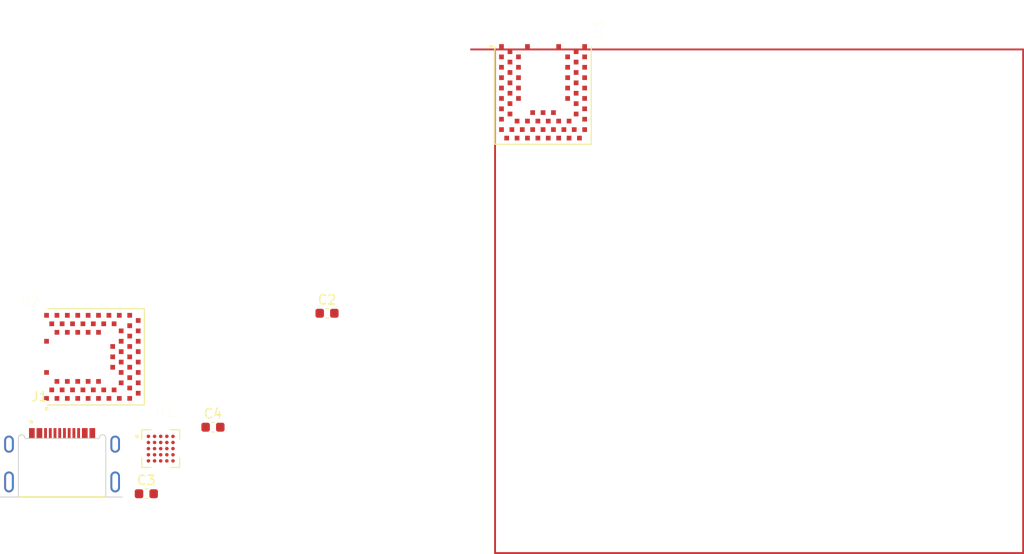
<source format=kicad_pcb>
(kicad_pcb (version 20211014) (generator pcbnew)
  (title_block (title "PDSupply Duo") (date "2022-03-05") (rev "1"))
  (layers (0 "F.Cu" signal) (31 "B.Cu" signal) (34 "B.Paste" user) (35 "F.Paste" user) (36 "B.SilkS" user "B.Silkscreen") (37 "F.SilkS" user "F.Silkscreen") (38 "B.Mask" user) (39 "F.Mask" user) (44 "Edge.Cuts" user))
  (net 0 "")
  (net 1 "+3V3")
  (net 2 "GND")
  (net 3 "VBUS")
  (net 5 "Net-(J1-PadA6)")
  (net 6 "Net-(J1-PadA7)")
  (net 11 "Net-(R1-Pad1)")
  (net 13 "Net-(R2-Pad1)")
  (net 28 "Net-(PH1-Pad10)")
  (net 29 "Net-(PH1-Pad4)")
  (net 30 "Net-(PH1-Pad2)")
  (net 31 "Net-(PH1-Pad6)")
  (net 35 "Net-(U3-Pad1)")
  (footprint "Capacitor_SMD:C_0603_1608Metric" (layer "F.Cu") (at 178.43 136.53)
    (fp_text reference "C4" (at 0 -1.43) (layer "F.SilkS"))
    (fp_text value "4.7uF")
    (fp_line (start -0.14058 0.51) (end 0.14058 0.51) (layer "F.SilkS") (width 0.12))
    (fp_line (start -0.14058 -0.51) (end 0.14058 -0.51) (layer "F.SilkS") (width 0.12))
    (pad "1" smd roundrect (at -0.775 0) (size 0.9 0.95) (layers "F.Cu" "F.Paste" "F.Mask") (net 1 "+3V3"))
    (pad "2" smd roundrect (at 0.775 0) (size 0.9 0.95) (layers "F.Cu" "F.Paste" "F.Mask") (net 2 "GND"))
  )
  (footprint "Capacitor_SMD:C_0603_1608Metric" (layer "F.Cu") (at 190.5 124.46)
    (fp_text reference "C2" (at 0 -1.43) (layer "F.SilkS"))
    (fp_text value ".1uF")
    (fp_line (start -0.14058 0.51) (end 0.14058 0.51) (layer "F.SilkS") (width 0.12))
    (fp_line (start -0.14058 -0.51) (end 0.14058 -0.51) (layer "F.SilkS") (width 0.12))
    (pad "1" smd roundrect (at -0.775 0) (size 0.9 0.95) (layers "F.Cu" "F.Paste" "F.Mask") (net 1 "+3V3"))
    (pad "2" smd roundrect (at 0.775 0) (size 0.9 0.95) (layers "F.Cu" "F.Paste" "F.Mask") (net 2 "GND"))
  )
  (footprint "USB4505-03-0-A_REVA-usbport:GCT_USB4505-03-0-A_REVA" (layer "F.Cu") (at 162.465 142.325)
    (fp_text reference "J1" (at -2.375 -9.045) (layer "F.SilkS"))
    (fp_text value "USB4505-03-0-A_REVA")
    (fp_poly (pts (xy 5.62 -3.1) (xy 5.594 -3.101) (xy 5.568 -3.103) (xy 5.542 -3.106) (xy 5.516 -3.111) (xy 5.491 -3.117) (xy 5.465 -3.124) (xy 5.441 -3.133) (xy 5.417 -3.143) (xy 5.393 -3.154) (xy 5.37 -3.167) (xy 5.348 -3.181) (xy 5.326 -3.195) (xy 5.305 -3.211) (xy 5.285 -3.228) (xy 5.266 -3.246) (xy 5.248 -3.265) (xy 5.231 -3.285) (xy 5.215 -3.306) (xy 5.201 -3.328) (xy 5.187 -3.35) (xy 5.174 -3.373) (xy 5.163 -3.397) (xy 5.153 -3.421) (xy 5.144 -3.445) (xy 5.137 -3.471) (xy 5.131 -3.496) (xy 5.126 -3.522) (xy 5.123 -3.548) (xy 5.121 -3.574) (xy 5.12 -3.6) (xy 5.12 -4.4) (xy 5.121 -4.426) (xy 5.123 -4.452) (xy 5.126 -4.478) (xy 5.131 -4.504) (xy 5.137 -4.529) (xy 5.144 -4.555) (xy 5.153 -4.579) (xy 5.163 -4.603) (xy 5.174 -4.627) (xy 5.187 -4.65) (xy 5.201 -4.672) (xy 5.215 -4.694) (xy 5.231 -4.715) (xy 5.248 -4.735) (xy 5.266 -4.754) (xy 5.285 -4.772) (xy 5.305 -4.789) (xy 5.326 -4.805) (xy 5.348 -4.819) (xy 5.37 -4.833) (xy 5.393 -4.846) (xy 5.417 -4.857) (xy 5.441 -4.867) (xy 5.465 -4.876) (xy 5.491 -4.883) (xy 5.516 -4.889) (xy 5.542 -4.894) (xy 5.568 -4.897) (xy 5.594 -4.899) (xy 5.62 -4.9) (xy 5.646 -4.899) (xy 5.672 -4.897) (xy 5.698 -4.894) (xy 5.724 -4.889) (xy 5.749 -4.883) (xy 5.775 -4.876) (xy 5.799 -4.867) (xy 5.823 -4.857) (xy 5.847 -4.846) (xy 5.87 -4.833) (xy 5.892 -4.819) (xy 5.914 -4.805) (xy 5.935 -4.789) (xy 5.955 -4.772) (xy 5.974 -4.754) (xy 5.992 -4.735) (xy 6.009 -4.715) (xy 6.025 -4.694) (xy 6.039 -4.672) (xy 6.053 -4.65) (xy 6.066 -4.627) (xy 6.077 -4.603) (xy 6.087 -4.579) (xy 6.096 -4.555) (xy 6.103 -4.529) (xy 6.109 -4.504) (xy 6.114 -4.478) (xy 6.117 -4.452) (xy 6.119 -4.426) (xy 6.12 -4.4) (xy 6.12 -3.6) (xy 6.119 -3.574) (xy 6.117 -3.548) (xy 6.114 -3.522) (xy 6.109 -3.496) (xy 6.103 -3.471) (xy 6.096 -3.445) (xy 6.087 -3.421) (xy 6.077 -3.397) (xy 6.066 -3.373) (xy 6.053 -3.35) (xy 6.039 -3.328) (xy 6.025 -3.306) (xy 6.009 -3.285) (xy 5.992 -3.265) (xy 5.974 -3.246) (xy 5.955 -3.228) (xy 5.935 -3.211) (xy 5.914 -3.195) (xy 5.892 -3.181) (xy 5.87 -3.167) (xy 5.847 -3.154) (xy 5.823 -3.143) (xy 5.799 -3.133) (xy 5.775 -3.124) (xy 5.749 -3.117) (xy 5.724 -3.111) (xy 5.698 -3.106) (xy 5.672 -3.103) (xy 5.646 -3.101) (xy 5.62 -3.1)) (layer "F.Cu") (width 0.01) (fill solid))
    (fp_poly (pts (xy 5.62 1.1) (xy 5.594 1.099) (xy 5.568 1.097) (xy 5.542 1.094) (xy 5.516 1.089) (xy 5.491 1.083) (xy 5.465 1.076) (xy 5.441 1.067) (xy 5.417 1.057) (xy 5.393 1.046) (xy 5.37 1.033) (xy 5.348 1.019) (xy 5.326 1.005) (xy 5.305 0.989) (xy 5.285 0.972) (xy 5.266 0.954) (xy 5.248 0.935) (xy 5.231 0.915) (xy 5.215 0.894) (xy 5.201 0.872) (xy 5.187 0.85) (xy 5.174 0.827) (xy 5.163 0.803) (xy 5.153 0.779) (xy 5.144 0.755) (xy 5.137 0.729) (xy 5.131 0.704) (xy 5.126 0.678) (xy 5.123 0.652) (xy 5.121 0.626) (xy 5.12 0.6) (xy 5.12 -0.6) (xy 5.121 -0.626) (xy 5.123 -0.652) (xy 5.126 -0.678) (xy 5.131 -0.704) (xy 5.137 -0.729) (xy 5.144 -0.755) (xy 5.153 -0.779) (xy 5.163 -0.803) (xy 5.174 -0.827) (xy 5.187 -0.85) (xy 5.201 -0.872) (xy 5.215 -0.894) (xy 5.231 -0.915) (xy 5.248 -0.935) (xy 5.266 -0.954) (xy 5.285 -0.972) (xy 5.305 -0.989) (xy 5.326 -1.005) (xy 5.348 -1.019) (xy 5.37 -1.033) (xy 5.393 -1.046) (xy 5.417 -1.057) (xy 5.441 -1.067) (xy 5.465 -1.076) (xy 5.491 -1.083) (xy 5.516 -1.089) (xy 5.542 -1.094) (xy 5.568 -1.097) (xy 5.594 -1.099) (xy 5.62 -1.1) (xy 5.646 -1.099) (xy 5.672 -1.097) (xy 5.698 -1.094) (xy 5.724 -1.089) (xy 5.749 -1.083) (xy 5.775 -1.076) (xy 5.799 -1.067) (xy 5.823 -1.057) (xy 5.847 -1.046) (xy 5.87 -1.033) (xy 5.892 -1.019) (xy 5.914 -1.005) (xy 5.935 -0.989) (xy 5.955 -0.972) (xy 5.974 -0.954) (xy 5.992 -0.935) (xy 6.009 -0.915) (xy 6.025 -0.894) (xy 6.039 -0.872) (xy 6.053 -0.85) (xy 6.066 -0.827) (xy 6.077 -0.803) (xy 6.087 -0.779) (xy 6.096 -0.755) (xy 6.103 -0.729) (xy 6.109 -0.704) (xy 6.114 -0.678) (xy 6.117 -0.652) (xy 6.119 -0.626) (xy 6.12 -0.6) (xy 6.12 0.6) (xy 6.119 0.626) (xy 6.117 0.652) (xy 6.114 0.678) (xy 6.109 0.704) (xy 6.103 0.729) (xy 6.096 0.755) (xy 6.087 0.779) (xy 6.077 0.803) (xy 6.066 0.827) (xy 6.053 0.85) (xy 6.039 0.872) (xy 6.025 0.894) (xy 6.009 0.915) (xy 5.992 0.935) (xy 5.974 0.954) (xy 5.955 0.972) (xy 5.935 0.989) (xy 5.914 1.005) (xy 5.892 1.019) (xy 5.87 1.033) (xy 5.847 1.046) (xy 5.823 1.057) (xy 5.799 1.067) (xy 5.775 1.076) (xy 5.749 1.083) (xy 5.724 1.089) (xy 5.698 1.094) (xy 5.672 1.097) (xy 5.646 1.099) (xy 5.62 1.1)) (layer "F.Cu") (width 0.01) (fill solid))
    (fp_poly (pts (xy -5.62 -3.1) (xy -5.646 -3.101) (xy -5.672 -3.103) (xy -5.698 -3.106) (xy -5.724 -3.111) (xy -5.749 -3.117) (xy -5.775 -3.124) (xy -5.799 -3.133) (xy -5.823 -3.143) (xy -5.847 -3.154) (xy -5.87 -3.167) (xy -5.892 -3.181) (xy -5.914 -3.195) (xy -5.935 -3.211) (xy -5.955 -3.228) (xy -5.974 -3.246) (xy -5.992 -3.265) (xy -6.009 -3.285) (xy -6.025 -3.306) (xy -6.039 -3.328) (xy -6.053 -3.35) (xy -6.066 -3.373) (xy -6.077 -3.397) (xy -6.087 -3.421) (xy -6.096 -3.445) (xy -6.103 -3.471) (xy -6.109 -3.496) (xy -6.114 -3.522) (xy -6.117 -3.548) (xy -6.119 -3.574) (xy -6.12 -3.6) (xy -6.12 -4.4) (xy -6.119 -4.426) (xy -6.117 -4.452) (xy -6.114 -4.478) (xy -6.109 -4.504) (xy -6.103 -4.529) (xy -6.096 -4.555) (xy -6.087 -4.579) (xy -6.077 -4.603) (xy -6.066 -4.627) (xy -6.053 -4.65) (xy -6.039 -4.672) (xy -6.025 -4.694) (xy -6.009 -4.715) (xy -5.992 -4.735) (xy -5.974 -4.754) (xy -5.955 -4.772) (xy -5.935 -4.789) (xy -5.914 -4.805) (xy -5.892 -4.819) (xy -5.87 -4.833) (xy -5.847 -4.846) (xy -5.823 -4.857) (xy -5.799 -4.867) (xy -5.775 -4.876) (xy -5.749 -4.883) (xy -5.724 -4.889) (xy -5.698 -4.894) (xy -5.672 -4.897) (xy -5.646 -4.899) (xy -5.62 -4.9) (xy -5.594 -4.899) (xy -5.568 -4.897) (xy -5.542 -4.894) (xy -5.516 -4.889) (xy -5.491 -4.883) (xy -5.465 -4.876) (xy -5.441 -4.867) (xy -5.417 -4.857) (xy -5.393 -4.846) (xy -5.37 -4.833) (xy -5.348 -4.819) (xy -5.326 -4.805) (xy -5.305 -4.789) (xy -5.285 -4.772) (xy -5.266 -4.754) (xy -5.248 -4.735) (xy -5.231 -4.715) (xy -5.215 -4.694) (xy -5.201 -4.672) (xy -5.187 -4.65) (xy -5.174 -4.627) (xy -5.163 -4.603) (xy -5.153 -4.579) (xy -5.144 -4.555) (xy -5.137 -4.529) (xy -5.131 -4.504) (xy -5.126 -4.478) (xy -5.123 -4.452) (xy -5.121 -4.426) (xy -5.12 -4.4) (xy -5.12 -3.6) (xy -5.121 -3.574) (xy -5.123 -3.548) (xy -5.126 -3.522) (xy -5.131 -3.496) (xy -5.137 -3.471) (xy -5.144 -3.445) (xy -5.153 -3.421) (xy -5.163 -3.397) (xy -5.174 -3.373) (xy -5.187 -3.35) (xy -5.201 -3.328) (xy -5.215 -3.306) (xy -5.231 -3.285) (xy -5.248 -3.265) (xy -5.266 -3.246) (xy -5.285 -3.228) (xy -5.305 -3.211) (xy -5.326 -3.195) (xy -5.348 -3.181) (xy -5.37 -3.167) (xy -5.393 -3.154) (xy -5.417 -3.143) (xy -5.441 -3.133) (xy -5.465 -3.124) (xy -5.491 -3.117) (xy -5.516 -3.111) (xy -5.542 -3.106) (xy -5.568 -3.103) (xy -5.594 -3.101) (xy -5.62 -3.1)) (layer "F.Cu") (width 0.01) (fill solid))
    (fp_poly (pts (xy -5.62 1.1) (xy -5.646 1.099) (xy -5.672 1.097) (xy -5.698 1.094) (xy -5.724 1.089) (xy -5.749 1.083) (xy -5.775 1.076) (xy -5.799 1.067) (xy -5.823 1.057) (xy -5.847 1.046) (xy -5.87 1.033) (xy -5.892 1.019) (xy -5.914 1.005) (xy -5.935 0.989) (xy -5.955 0.972) (xy -5.974 0.954) (xy -5.992 0.935) (xy -6.009 0.915) (xy -6.025 0.894) (xy -6.039 0.872) (xy -6.053 0.85) (xy -6.066 0.827) (xy -6.077 0.803) (xy -6.087 0.779) (xy -6.096 0.755) (xy -6.103 0.729) (xy -6.109 0.704) (xy -6.114 0.678) (xy -6.117 0.652) (xy -6.119 0.626) (xy -6.12 0.6) (xy -6.12 -0.6) (xy -6.119 -0.626) (xy -6.117 -0.652) (xy -6.114 -0.678) (xy -6.109 -0.704) (xy -6.103 -0.729) (xy -6.096 -0.755) (xy -6.087 -0.779) (xy -6.077 -0.803) (xy -6.066 -0.827) (xy -6.053 -0.85) (xy -6.039 -0.872) (xy -6.025 -0.894) (xy -6.009 -0.915) (xy -5.992 -0.935) (xy -5.974 -0.954) (xy -5.955 -0.972) (xy -5.935 -0.989) (xy -5.914 -1.005) (xy -5.892 -1.019) (xy -5.87 -1.033) (xy -5.847 -1.046) (xy -5.823 -1.057) (xy -5.799 -1.067) (xy -5.775 -1.076) (xy -5.749 -1.083) (xy -5.724 -1.089) (xy -5.698 -1.094) (xy -5.672 -1.097) (xy -5.646 -1.099) (xy -5.62 -1.1) (xy -5.594 -1.099) (xy -5.568 -1.097) (xy -5.542 -1.094) (xy -5.516 -1.089) (xy -5.491 -1.083) (xy -5.465 -1.076) (xy -5.441 -1.067) (xy -5.417 -1.057) (xy -5.393 -1.046) (xy -5.37 -1.033) (xy -5.348 -1.019) (xy -5.326 -1.005) (xy -5.305 -0.989) (xy -5.285 -0.972) (xy -5.266 -0.954) (xy -5.248 -0.935) (xy -5.231 -0.915) (xy -5.215 -0.894) (xy -5.201 -0.872) (xy -5.187 -0.85) (xy -5.174 -0.827) (xy -5.163 -0.803) (xy -5.153 -0.779) (xy -5.144 -0.755) (xy -5.137 -0.729) (xy -5.131 -0.704) (xy -5.126 -0.678) (xy -5.123 -0.652) (xy -5.121 -0.626) (xy -5.12 -0.6) (xy -5.12 0.6) (xy -5.121 0.626) (xy -5.123 0.652) (xy -5.126 0.678) (xy -5.131 0.704) (xy -5.137 0.729) (xy -5.144 0.755) (xy -5.153 0.779) (xy -5.163 0.803) (xy -5.174 0.827) (xy -5.187 0.85) (xy -5.201 0.872) (xy -5.215 0.894) (xy -5.231 0.915) (xy -5.248 0.935) (xy -5.266 0.954) (xy -5.285 0.972) (xy -5.305 0.989) (xy -5.326 1.005) (xy -5.348 1.019) (xy -5.37 1.033) (xy -5.393 1.046) (xy -5.417 1.057) (xy -5.441 1.067) (xy -5.465 1.076) (xy -5.491 1.083) (xy -5.516 1.089) (xy -5.542 1.094) (xy -5.568 1.097) (xy -5.594 1.099) (xy -5.62 1.1)) (layer "F.Cu") (width 0.01) (fill solid))
    (fp_poly (pts (xy -5.62 1.1) (xy -5.646 1.099) (xy -5.672 1.097) (xy -5.698 1.094) (xy -5.724 1.089) (xy -5.749 1.083) (xy -5.775 1.076) (xy -5.799 1.067) (xy -5.823 1.057) (xy -5.847 1.046) (xy -5.87 1.033) (xy -5.892 1.019) (xy -5.914 1.005) (xy -5.935 0.989) (xy -5.955 0.972) (xy -5.974 0.954) (xy -5.992 0.935) (xy -6.009 0.915) (xy -6.025 0.894) (xy -6.039 0.872) (xy -6.053 0.85) (xy -6.066 0.827) (xy -6.077 0.803) (xy -6.087 0.779) (xy -6.096 0.755) (xy -6.103 0.729) (xy -6.109 0.704) (xy -6.114 0.678) (xy -6.117 0.652) (xy -6.119 0.626) (xy -6.12 0.6) (xy -6.12 -0.6) (xy -6.119 -0.626) (xy -6.117 -0.652) (xy -6.114 -0.678) (xy -6.109 -0.704) (xy -6.103 -0.729) (xy -6.096 -0.755) (xy -6.087 -0.779) (xy -6.077 -0.803) (xy -6.066 -0.827) (xy -6.053 -0.85) (xy -6.039 -0.872) (xy -6.025 -0.894) (xy -6.009 -0.915) (xy -5.992 -0.935) (xy -5.974 -0.954) (xy -5.955 -0.972) (xy -5.935 -0.989) (xy -5.914 -1.005) (xy -5.892 -1.019) (xy -5.87 -1.033) (xy -5.847 -1.046) (xy -5.823 -1.057) (xy -5.799 -1.067) (xy -5.775 -1.076) (xy -5.749 -1.083) (xy -5.724 -1.089) (xy -5.698 -1.094) (xy -5.672 -1.097) (xy -5.646 -1.099) (xy -5.62 -1.1) (xy -5.594 -1.099) (xy -5.568 -1.097) (xy -5.542 -1.094) (xy -5.516 -1.089) (xy -5.491 -1.083) (xy -5.465 -1.076) (xy -5.441 -1.067) (xy -5.417 -1.057) (xy -5.393 -1.046) (xy -5.37 -1.033) (xy -5.348 -1.019) (xy -5.326 -1.005) (xy -5.305 -0.989) (xy -5.285 -0.972) (xy -5.266 -0.954) (xy -5.248 -0.935) (xy -5.231 -0.915) (xy -5.215 -0.894) (xy -5.201 -0.872) (xy -5.187 -0.85) (xy -5.174 -0.827) (xy -5.163 -0.803) (xy -5.153 -0.779) (xy -5.144 -0.755) (xy -5.137 -0.729) (xy -5.131 -0.704) (xy -5.126 -0.678) (xy -5.123 -0.652) (xy -5.121 -0.626) (xy -5.12 -0.6) (xy -5.12 0.6) (xy -5.121 0.626) (xy -5.123 0.652) (xy -5.126 0.678) (xy -5.131 0.704) (xy -5.137 0.729) (xy -5.144 0.755) (xy -5.153 0.779) (xy -5.163 0.803) (xy -5.174 0.827) (xy -5.187 0.85) (xy -5.201 0.872) (xy -5.215 0.894) (xy -5.231 0.915) (xy -5.248 0.935) (xy -5.266 0.954) (xy -5.285 0.972) (xy -5.305 0.989) (xy -5.326 1.005) (xy -5.348 1.019) (xy -5.37 1.033) (xy -5.393 1.046) (xy -5.417 1.057) (xy -5.441 1.067) (xy -5.465 1.076) (xy -5.491 1.083) (xy -5.516 1.089) (xy -5.542 1.094) (xy -5.568 1.097) (xy -5.594 1.099) (xy -5.62 1.1)) (layer "B.Cu") (width 0.01) (fill solid))
    (fp_poly (pts (xy 5.62 -3.1) (xy 5.594 -3.101) (xy 5.568 -3.103) (xy 5.542 -3.106) (xy 5.516 -3.111) (xy 5.491 -3.117) (xy 5.465 -3.124) (xy 5.441 -3.133) (xy 5.417 -3.143) (xy 5.393 -3.154) (xy 5.37 -3.167) (xy 5.348 -3.181) (xy 5.326 -3.195) (xy 5.305 -3.211) (xy 5.285 -3.228) (xy 5.266 -3.246) (xy 5.248 -3.265) (xy 5.231 -3.285) (xy 5.215 -3.306) (xy 5.201 -3.328) (xy 5.187 -3.35) (xy 5.174 -3.373) (xy 5.163 -3.397) (xy 5.153 -3.421) (xy 5.144 -3.445) (xy 5.137 -3.471) (xy 5.131 -3.496) (xy 5.126 -3.522) (xy 5.123 -3.548) (xy 5.121 -3.574) (xy 5.12 -3.6) (xy 5.12 -4.4) (xy 5.121 -4.426) (xy 5.123 -4.452) (xy 5.126 -4.478) (xy 5.131 -4.504) (xy 5.137 -4.529) (xy 5.144 -4.555) (xy 5.153 -4.579) (xy 5.163 -4.603) (xy 5.174 -4.627) (xy 5.187 -4.65) (xy 5.201 -4.672) (xy 5.215 -4.694) (xy 5.231 -4.715) (xy 5.248 -4.735) (xy 5.266 -4.754) (xy 5.285 -4.772) (xy 5.305 -4.789) (xy 5.326 -4.805) (xy 5.348 -4.819) (xy 5.37 -4.833) (xy 5.393 -4.846) (xy 5.417 -4.857) (xy 5.441 -4.867) (xy 5.465 -4.876) (xy 5.491 -4.883) (xy 5.516 -4.889) (xy 5.542 -4.894) (xy 5.568 -4.897) (xy 5.594 -4.899) (xy 5.62 -4.9) (xy 5.646 -4.899) (xy 5.672 -4.897) (xy 5.698 -4.894) (xy 5.724 -4.889) (xy 5.749 -4.883) (xy 5.775 -4.876) (xy 5.799 -4.867) (xy 5.823 -4.857) (xy 5.847 -4.846) (xy 5.87 -4.833) (xy 5.892 -4.819) (xy 5.914 -4.805) (xy 5.935 -4.789) (xy 5.955 -4.772) (xy 5.974 -4.754) (xy 5.992 -4.735) (xy 6.009 -4.715) (xy 6.025 -4.694) (xy 6.039 -4.672) (xy 6.053 -4.65) (xy 6.066 -4.627) (xy 6.077 -4.603) (xy 6.087 -4.579) (xy 6.096 -4.555) (xy 6.103 -4.529) (xy 6.109 -4.504) (xy 6.114 -4.478) (xy 6.117 -4.452) (xy 6.119 -4.426) (xy 6.12 -4.4) (xy 6.12 -3.6) (xy 6.119 -3.574) (xy 6.117 -3.548) (xy 6.114 -3.522) (xy 6.109 -3.496) (xy 6.103 -3.471) (xy 6.096 -3.445) (xy 6.087 -3.421) (xy 6.077 -3.397) (xy 6.066 -3.373) (xy 6.053 -3.35) (xy 6.039 -3.328) (xy 6.025 -3.306) (xy 6.009 -3.285) (xy 5.992 -3.265) (xy 5.974 -3.246) (xy 5.955 -3.228) (xy 5.935 -3.211) (xy 5.914 -3.195) (xy 5.892 -3.181) (xy 5.87 -3.167) (xy 5.847 -3.154) (xy 5.823 -3.143) (xy 5.799 -3.133) (xy 5.775 -3.124) (xy 5.749 -3.117) (xy 5.724 -3.111) (xy 5.698 -3.106) (xy 5.672 -3.103) (xy 5.646 -3.101) (xy 5.62 -3.1)) (layer "B.Cu") (width 0.01) (fill solid))
    (fp_poly (pts (xy -5.62 -3.1) (xy -5.646 -3.101) (xy -5.672 -3.103) (xy -5.698 -3.106) (xy -5.724 -3.111) (xy -5.749 -3.117) (xy -5.775 -3.124) (xy -5.799 -3.133) (xy -5.823 -3.143) (xy -5.847 -3.154) (xy -5.87 -3.167) (xy -5.892 -3.181) (xy -5.914 -3.195) (xy -5.935 -3.211) (xy -5.955 -3.228) (xy -5.974 -3.246) (xy -5.992 -3.265) (xy -6.009 -3.285) (xy -6.025 -3.306) (xy -6.039 -3.328) (xy -6.053 -3.35) (xy -6.066 -3.373) (xy -6.077 -3.397) (xy -6.087 -3.421) (xy -6.096 -3.445) (xy -6.103 -3.471) (xy -6.109 -3.496) (xy -6.114 -3.522) (xy -6.117 -3.548) (xy -6.119 -3.574) (xy -6.12 -3.6) (xy -6.12 -4.4) (xy -6.119 -4.426) (xy -6.117 -4.452) (xy -6.114 -4.478) (xy -6.109 -4.504) (xy -6.103 -4.529) (xy -6.096 -4.555) (xy -6.087 -4.579) (xy -6.077 -4.603) (xy -6.066 -4.627) (xy -6.053 -4.65) (xy -6.039 -4.672) (xy -6.025 -4.694) (xy -6.009 -4.715) (xy -5.992 -4.735) (xy -5.974 -4.754) (xy -5.955 -4.772) (xy -5.935 -4.789) (xy -5.914 -4.805) (xy -5.892 -4.819) (xy -5.87 -4.833) (xy -5.847 -4.846) (xy -5.823 -4.857) (xy -5.799 -4.867) (xy -5.775 -4.876) (xy -5.749 -4.883) (xy -5.724 -4.889) (xy -5.698 -4.894) (xy -5.672 -4.897) (xy -5.646 -4.899) (xy -5.62 -4.9) (xy -5.594 -4.899) (xy -5.568 -4.897) (xy -5.542 -4.894) (xy -5.516 -4.889) (xy -5.491 -4.883) (xy -5.465 -4.876) (xy -5.441 -4.867) (xy -5.417 -4.857) (xy -5.393 -4.846) (xy -5.37 -4.833) (xy -5.348 -4.819) (xy -5.326 -4.805) (xy -5.305 -4.789) (xy -5.285 -4.772) (xy -5.266 -4.754) (xy -5.248 -4.735) (xy -5.231 -4.715) (xy -5.215 -4.694) (xy -5.201 -4.672) (xy -5.187 -4.65) (xy -5.174 -4.627) (xy -5.163 -4.603) (xy -5.153 -4.579) (xy -5.144 -4.555) (xy -5.137 -4.529) (xy -5.131 -4.504) (xy -5.126 -4.478) (xy -5.123 -4.452) (xy -5.121 -4.426) (xy -5.12 -4.4) (xy -5.12 -3.6) (xy -5.121 -3.574) (xy -5.123 -3.548) (xy -5.126 -3.522) (xy -5.131 -3.496) (xy -5.137 -3.471) (xy -5.144 -3.445) (xy -5.153 -3.421) (xy -5.163 -3.397) (xy -5.174 -3.373) (xy -5.187 -3.35) (xy -5.201 -3.328) (xy -5.215 -3.306) (xy -5.231 -3.285) (xy -5.248 -3.265) (xy -5.266 -3.246) (xy -5.285 -3.228) (xy -5.305 -3.211) (xy -5.326 -3.195) (xy -5.348 -3.181) (xy -5.37 -3.167) (xy -5.393 -3.154) (xy -5.417 -3.143) (xy -5.441 -3.133) (xy -5.465 -3.124) (xy -5.491 -3.117) (xy -5.516 -3.111) (xy -5.542 -3.106) (xy -5.568 -3.103) (xy -5.594 -3.101) (xy -5.62 -3.1)) (layer "B.Cu") (width 0.01) (fill solid))
    (fp_poly (pts (xy 5.62 1.1) (xy 5.594 1.099) (xy 5.568 1.097) (xy 5.542 1.094) (xy 5.516 1.089) (xy 5.491 1.083) (xy 5.465 1.076) (xy 5.441 1.067) (xy 5.417 1.057) (xy 5.393 1.046) (xy 5.37 1.033) (xy 5.348 1.019) (xy 5.326 1.005) (xy 5.305 0.989) (xy 5.285 0.972) (xy 5.266 0.954) (xy 5.248 0.935) (xy 5.231 0.915) (xy 5.215 0.894) (xy 5.201 0.872) (xy 5.187 0.85) (xy 5.174 0.827) (xy 5.163 0.803) (xy 5.153 0.779) (xy 5.144 0.755) (xy 5.137 0.729) (xy 5.131 0.704) (xy 5.126 0.678) (xy 5.123 0.652) (xy 5.121 0.626) (xy 5.12 0.6) (xy 5.12 -0.6) (xy 5.121 -0.626) (xy 5.123 -0.652) (xy 5.126 -0.678) (xy 5.131 -0.704) (xy 5.137 -0.729) (xy 5.144 -0.755) (xy 5.153 -0.779) (xy 5.163 -0.803) (xy 5.174 -0.827) (xy 5.187 -0.85) (xy 5.201 -0.872) (xy 5.215 -0.894) (xy 5.231 -0.915) (xy 5.248 -0.935) (xy 5.266 -0.954) (xy 5.285 -0.972) (xy 5.305 -0.989) (xy 5.326 -1.005) (xy 5.348 -1.019) (xy 5.37 -1.033) (xy 5.393 -1.046) (xy 5.417 -1.057) (xy 5.441 -1.067) (xy 5.465 -1.076) (xy 5.491 -1.083) (xy 5.516 -1.089) (xy 5.542 -1.094) (xy 5.568 -1.097) (xy 5.594 -1.099) (xy 5.62 -1.1) (xy 5.646 -1.099) (xy 5.672 -1.097) (xy 5.698 -1.094) (xy 5.724 -1.089) (xy 5.749 -1.083) (xy 5.775 -1.076) (xy 5.799 -1.067) (xy 5.823 -1.057) (xy 5.847 -1.046) (xy 5.87 -1.033) (xy 5.892 -1.019) (xy 5.914 -1.005) (xy 5.935 -0.989) (xy 5.955 -0.972) (xy 5.974 -0.954) (xy 5.992 -0.935) (xy 6.009 -0.915) (xy 6.025 -0.894) (xy 6.039 -0.872) (xy 6.053 -0.85) (xy 6.066 -0.827) (xy 6.077 -0.803) (xy 6.087 -0.779) (xy 6.096 -0.755) (xy 6.103 -0.729) (xy 6.109 -0.704) (xy 6.114 -0.678) (xy 6.117 -0.652) (xy 6.119 -0.626) (xy 6.12 -0.6) (xy 6.12 0.6) (xy 6.119 0.626) (xy 6.117 0.652) (xy 6.114 0.678) (xy 6.109 0.704) (xy 6.103 0.729) (xy 6.096 0.755) (xy 6.087 0.779) (xy 6.077 0.803) (xy 6.066 0.827) (xy 6.053 0.85) (xy 6.039 0.872) (xy 6.025 0.894) (xy 6.009 0.915) (xy 5.992 0.935) (xy 5.974 0.954) (xy 5.955 0.972) (xy 5.935 0.989) (xy 5.914 1.005) (xy 5.892 1.019) (xy 5.87 1.033) (xy 5.847 1.046) (xy 5.823 1.057) (xy 5.799 1.067) (xy 5.775 1.076) (xy 5.749 1.083) (xy 5.724 1.089) (xy 5.698 1.094) (xy 5.672 1.097) (xy 5.646 1.099) (xy 5.62 1.1)) (layer "B.Cu") (width 0.01) (fill solid))
    (fp_line (start -4.47 1.6) (end 4.47 1.6) (layer "F.SilkS") (width 0.2))
    (fp_circle (center -3.27 -6.35) (end -3.17 -6.35) (layer "F.SilkS") (width 0.2) (fill none))
    (fp_line (start -3.82 -4.6) (end 3.82 -4.6) (layer "Edge.Cuts") (width 0.1))
    (fp_line (start -4.62 1.6) (end -4.62 -4.6) (layer "Edge.Cuts") (width 0.1))
    (fp_line (start 4.62 -4.6) (end 4.62 1.6) (layer "Edge.Cuts") (width 0.1))
    (fp_line (start 4.62 1.6) (end 6.36 1.6) (layer "Edge.Cuts") (width 0.1))
    (fp_line (start -6.52 1.6) (end -4.62 1.6) (layer "Edge.Cuts") (width 0.1))
    (fp_arc (start 3.97 -4.72) (mid 4.07451 -4.92731) (end 4.295 -5) (layer "Edge.Cuts") (width 0.1))
    (fp_arc (start 3.97 -4.72) (mid 3.919853 -4.628934) (end 3.82 -4.6) (layer "Edge.Cuts") (width 0.1))
    (fp_arc (start -4.62 -4.6) (mid -4.540343 -4.86731) (end -4.295 -5) (layer "Edge.Cuts") (width 0.1))
    (fp_arc (start -3.82 -4.6) (mid -3.919853 -4.628934) (end -3.97 -4.72) (layer "Edge.Cuts") (width 0.1))
    (fp_arc (start -4.295 -5) (mid -4.07451 -4.92731) (end -3.97 -4.72) (layer "Edge.Cuts") (width 0.1))
    (fp_arc (start 4.295 -5) (mid 4.540343 -4.86731) (end 4.62 -4.6) (layer "Edge.Cuts") (width 0.1))
    (pad "A1_B12" smd rect (at -3.2 -5.15) (size 0.6 1.1) (layers "F.Cu" "F.Paste" "F.Mask") (net 2 "GND"))
    (pad "A4_B9" smd rect (at -2.4 -5.15) (size 0.6 1.1) (layers "F.Cu" "F.Paste" "F.Mask") (net 3 "VBUS"))
    (pad "A5" smd rect (at -1.25 -5.15) (size 0.3 1.1) (layers "F.Cu" "F.Paste" "F.Mask"))
    (pad "A6" smd rect (at -0.25 -5.15) (size 0.3 1.1) (layers "F.Cu" "F.Paste" "F.Mask") (net 5 "Net-(J1-PadA6)"))
    (pad "A7" smd rect (at 0.25 -5.15) (size 0.3 1.1) (layers "F.Cu" "F.Paste" "F.Mask") (net 6 "Net-(J1-PadA7)"))
    (pad "A8" smd rect (at 1.25 -5.15) (size 0.3 1.1) (layers "F.Cu" "F.Paste" "F.Mask"))
    (pad "B1_A12" smd rect (at 3.2 -5.15) (size 0.6 1.1) (layers "F.Cu" "F.Paste" "F.Mask") (net 2 "GND"))
    (pad "B4_A9" smd rect (at 2.4 -5.15) (size 0.6 1.1) (layers "F.Cu" "F.Paste" "F.Mask") (net 3 "VBUS"))
    (pad "B5" smd rect (at 1.75 -5.15) (size 0.3 1.1) (layers "F.Cu" "F.Paste" "F.Mask"))
    (pad "B6" smd rect (at 0.75 -5.15) (size 0.3 1.1) (layers "F.Cu" "F.Paste" "F.Mask") (net 5 "Net-(J1-PadA6)"))
    (pad "B7" smd rect (at -0.75 -5.15) (size 0.3 1.1) (layers "F.Cu" "F.Paste" "F.Mask") (net 6 "Net-(J1-PadA7)"))
    (pad "B8" smd rect (at -1.75 -5.15) (size 0.3 1.1) (layers "F.Cu" "F.Paste" "F.Mask"))
    (pad "S1" thru_hole oval (at -5.62 0) (size 0.95 1.9) (drill oval 0.6 1.8) (layers *.Cu) (net 2 "GND"))
    (pad "S2" thru_hole oval (at 5.62 -4) (size 0.8 1.6) (drill oval 0.6 1.4) (layers *.Cu) (net 2 "GND"))
    (pad "S3" thru_hole oval (at -5.62 -4) (size 0.8 1.6) (drill oval 0.6 1.4) (layers *.Cu) (net 2 "GND"))
    (pad "S4" thru_hole oval (at 5.62 0) (size 0.95 1.9) (drill oval 0.6 1.8) (layers *.Cu) (net 2 "GND"))
  )
  (footprint "BMD-340-A-R-nrf52:RIGADO_BMD-340-A-R" (layer "F.Cu") (at 213.36 99.06 -90)
    (fp_text reference "U3" (at -4.594315 -5.909865 90) (layer "F.SilkS") (effects (font (size 1.004228 1.004228) (thickness 0.015))))
    (fp_text value "BMD-340-A-R")
    (fp_line (start 7.5 -5.1) (end -2.8 -5.1) (layer "F.SilkS") (width 0.127))
    (fp_line (start -2.8 5.1) (end 7.5 5.1) (layer "F.SilkS") (width 0.127))
    (fp_line (start 7.5 -5.1) (end 7.5 5.1) (layer "F.SilkS") (width 0.127))
    (fp_circle (center -2.85 5.5) (end -2.75 5.5) (layer "F.SilkS") (width 0.2) (fill none))
    (pad "1" smd rect locked (at -2.85 4.4 270) (size 0.5 0.5) (layers "F.Cu" "F.Paste" "F.Mask") (net 35 "Net-(U3-Pad1)"))
    (pad "2" smd rect locked (at -2.3 3.5 270) (size 0.5 0.5) (layers "F.Cu" "F.Paste" "F.Mask") (net 35 "Net-(U3-Pad1)"))
    (pad "3" smd rect locked (at -1.75 4.4 270) (size 0.5 0.5) (layers "F.Cu" "F.Paste" "F.Mask") (net 35 "Net-(U3-Pad1)"))
    (pad "4" smd rect locked (at -1.2 3.5 270) (size 0.5 0.5) (layers "F.Cu" "F.Paste" "F.Mask") (net 35 "Net-(U3-Pad1)"))
    (pad "5" smd rect locked (at -0.65 4.4 270) (size 0.5 0.5) (layers "F.Cu" "F.Paste" "F.Mask") (net 35 "Net-(U3-Pad1)"))
    (pad "6" smd rect locked (at -0.1 3.5 270) (size 0.5 0.5) (layers "F.Cu" "F.Paste" "F.Mask"))
    (pad "7" smd rect locked (at 0.45 4.4 270) (size 0.5 0.5) (layers "F.Cu" "F.Paste" "F.Mask"))
    (pad "8" smd rect locked (at 1 3.5 270) (size 0.5 0.5) (layers "F.Cu" "F.Paste" "F.Mask"))
    (pad "9" smd rect locked (at 1.55 4.4 270) (size 0.5 0.5) (layers "F.Cu" "F.Paste" "F.Mask"))
    (pad "10" smd rect locked (at 2.1 3.5 270) (size 0.5 0.5) (layers "F.Cu" "F.Paste" "F.Mask"))
    (pad "11" smd rect locked (at 2.65 4.4 270) (size 0.5 0.5) (layers "F.Cu" "F.Paste" "F.Mask"))
    (pad "12" smd rect locked (at 3.2 3.5 270) (size 0.5 0.5) (layers "F.Cu" "F.Paste" "F.Mask"))
    (pad "13" smd rect locked (at 3.75 4.4 270) (size 0.5 0.5) (layers "F.Cu" "F.Paste" "F.Mask"))
    (pad "14" smd rect locked (at 4.3 3.5 270) (size 0.5 0.5) (layers "F.Cu" "F.Paste" "F.Mask"))
    (pad "15" smd rect locked (at 4.85 4.4 270) (size 0.5 0.5) (layers "F.Cu" "F.Paste" "F.Mask"))
    (pad "16" smd rect locked (at 5.95 4.4 270) (size 0.5 0.5) (layers "F.Cu" "F.Paste" "F.Mask") (net 35 "Net-(U3-Pad1)"))
    (pad "17" smd rect locked (at 5.95 3.3 270) (size 0.5 0.5) (layers "F.Cu" "F.Paste" "F.Mask"))
    (pad "18" smd rect locked (at 5.05 2.75 270) (size 0.5 0.5) (layers "F.Cu" "F.Paste" "F.Mask") (net 35 "Net-(U3-Pad1)"))
    (pad "19" smd rect locked (at 5.95 2.2 270) (size 0.5 0.5) (layers "F.Cu" "F.Paste" "F.Mask"))
    (pad "20" smd rect locked (at 5.05 1.65 270) (size 0.5 0.5) (layers "F.Cu" "F.Paste" "F.Mask"))
    (pad "21" smd rect locked (at 5.95 1.1 270) (size 0.5 0.5) (layers "F.Cu" "F.Paste" "F.Mask"))
    (pad "22" smd rect locked (at 5.05 0.55 270) (size 0.5 0.5) (layers "F.Cu" "F.Paste" "F.Mask"))
    (pad "23" smd rect locked (at 5.95 0 270) (size 0.5 0.5) (layers "F.Cu" "F.Paste" "F.Mask"))
    (pad "24" smd rect locked (at 5.05 -0.55 270) (size 0.5 0.5) (layers "F.Cu" "F.Paste" "F.Mask"))
    (pad "25" smd rect locked (at 5.95 -1.1 270) (size 0.5 0.5) (layers "F.Cu" "F.Paste" "F.Mask"))
    (pad "26" smd rect locked (at 5.05 -1.65 270) (size 0.5 0.5) (layers "F.Cu" "F.Paste" "F.Mask"))
    (pad "27" smd rect locked (at 5.95 -2.2 270) (size 0.5 0.5) (layers "F.Cu" "F.Paste" "F.Mask"))
    (pad "28" smd rect locked (at 5.05 -2.75 270) (size 0.5 0.5) (layers "F.Cu" "F.Paste" "F.Mask"))
    (pad "29" smd rect locked (at 5.95 -3.3 270) (size 0.5 0.5) (layers "F.Cu" "F.Paste" "F.Mask") (net 35 "Net-(U3-Pad1)"))
    (pad "30" smd rect locked (at 5.95 -4.4 270) (size 0.5 0.5) (layers "F.Cu" "F.Paste" "F.Mask") (net 35 "Net-(U3-Pad1)"))
    (pad "31" smd rect locked (at 4.85 -4.4 270) (size 0.5 0.5) (layers "F.Cu" "F.Paste" "F.Mask"))
    (pad "32" smd rect locked (at 4.3 -3.5 270) (size 0.5 0.5) (layers "F.Cu" "F.Paste" "F.Mask"))
    (pad "33" smd rect locked (at 3.75 -4.4 270) (size 0.5 0.5) (layers "F.Cu" "F.Paste" "F.Mask"))
    (pad "34" smd rect locked (at 3.2 -3.5 270) (size 0.5 0.5) (layers "F.Cu" "F.Paste" "F.Mask"))
    (pad "35" smd rect locked (at 2.65 -4.4 270) (size 0.5 0.5) (layers "F.Cu" "F.Paste" "F.Mask"))
    (pad "36" smd rect locked (at 2.1 -3.5 270) (size 0.5 0.5) (layers "F.Cu" "F.Paste" "F.Mask"))
    (pad "37" smd rect locked (at 1.55 -4.4 270) (size 0.5 0.5) (layers "F.Cu" "F.Paste" "F.Mask"))
    (pad "38" smd rect locked (at 1 -3.5 270) (size 0.5 0.5) (layers "F.Cu" "F.Paste" "F.Mask"))
    (pad "39" smd rect locked (at 0.45 -4.4 270) (size 0.5 0.5) (layers "F.Cu" "F.Paste" "F.Mask"))
    (pad "40" smd rect locked (at -0.1 -3.5 270) (size 0.5 0.5) (layers "F.Cu" "F.Paste" "F.Mask"))
    (pad "41" smd rect locked (at -0.65 -4.4 270) (size 0.5 0.5) (layers "F.Cu" "F.Paste" "F.Mask"))
    (pad "42" smd rect locked (at -1.2 -3.5 270) (size 0.5 0.5) (layers "F.Cu" "F.Paste" "F.Mask"))
    (pad "43" smd rect locked (at -1.75 -4.4 270) (size 0.5 0.5) (layers "F.Cu" "F.Paste" "F.Mask"))
    (pad "44" smd rect locked (at -2.3 -3.5 270) (size 0.5 0.5) (layers "F.Cu" "F.Paste" "F.Mask"))
    (pad "45" smd rect locked (at -2.85 -4.4 270) (size 0.5 0.5) (layers "F.Cu" "F.Paste" "F.Mask") (net 35 "Net-(U3-Pad1)"))
    (pad "46" smd rect locked (at -2.85 -1.65 270) (size 0.5 0.5) (layers "F.Cu" "F.Paste" "F.Mask") (net 35 "Net-(U3-Pad1)"))
    (pad "47" smd rect locked (at -2.85 1.65 270) (size 0.5 0.5) (layers "F.Cu" "F.Paste" "F.Mask") (net 35 "Net-(U3-Pad1)"))
    (pad "48" smd rect locked (at -1.75 2.6 270) (size 0.5 0.5) (layers "F.Cu" "F.Paste" "F.Mask"))
    (pad "49" smd rect locked (at -0.65 2.6 270) (size 0.5 0.5) (layers "F.Cu" "F.Paste" "F.Mask"))
    (pad "50" smd rect locked (at 0.45 2.6 270) (size 0.5 0.5) (layers "F.Cu" "F.Paste" "F.Mask"))
    (pad "51" smd rect locked (at 1.55 2.6 270) (size 0.5 0.5) (layers "F.Cu" "F.Paste" "F.Mask"))
    (pad "52" smd rect locked (at 2.65 2.6 270) (size 0.5 0.5) (layers "F.Cu" "F.Paste" "F.Mask"))
    (pad "53" smd rect locked (at 4.15 1.1 270) (size 0.5 0.5) (layers "F.Cu" "F.Paste" "F.Mask"))
    (pad "54" smd rect locked (at 4.15 0 270) (size 0.5 0.5) (layers "F.Cu" "F.Paste" "F.Mask"))
    (pad "55" smd rect locked (at 4.15 -1.1 270) (size 0.5 0.5) (layers "F.Cu" "F.Paste" "F.Mask") (net 35 "Net-(U3-Pad1)"))
    (pad "56" smd rect locked (at 2.65 -2.6 270) (size 0.5 0.5) (layers "F.Cu" "F.Paste" "F.Mask"))
    (pad "57" smd rect locked (at 1.55 -2.6 270) (size 0.5 0.5) (layers "F.Cu" "F.Paste" "F.Mask"))
    (pad "58" smd rect locked (at 0.45 -2.6 270) (size 0.5 0.5) (layers "F.Cu" "F.Paste" "F.Mask"))
    (pad "59" smd rect locked (at -0.65 -2.6 270) (size 0.5 0.5) (layers "F.Cu" "F.Paste" "F.Mask"))
    (pad "60" smd rect locked (at -1.75 -2.6 270) (size 0.5 0.5) (layers "F.Cu" "F.Paste" "F.Mask"))
    (pad "61" smd rect locked (at 6.85 3.85 270) (size 0.5 0.5) (layers "F.Cu" "F.Paste" "F.Mask"))
    (pad "62" smd rect locked (at 6.85 2.75 270) (size 0.5 0.5) (layers "F.Cu" "F.Paste" "F.Mask"))
    (pad "63" smd rect locked (at 6.85 1.65 270) (size 0.5 0.5) (layers "F.Cu" "F.Paste" "F.Mask"))
    (pad "64" smd rect locked (at 6.85 0.55 270) (size 0.5 0.5) (layers "F.Cu" "F.Paste" "F.Mask"))
    (pad "65" smd rect locked (at 6.85 -0.55 270) (size 0.5 0.5) (layers "F.Cu" "F.Paste" "F.Mask"))
    (pad "66" smd rect locked (at 6.85 -1.65 270) (size 0.5 0.5) (layers "F.Cu" "F.Paste" "F.Mask"))
    (pad "67" smd rect locked (at 6.85 -2.75 270) (size 0.5 0.5) (layers "F.Cu" "F.Paste" "F.Mask"))
    (pad "68" smd rect locked (at 6.85 -3.85 270) (size 0.5 0.5) (layers "F.Cu" "F.Paste" "F.Mask"))
  )
  (footprint "BMD-340-A-R-nrf52:RIGADO_BMD-340-A-R" (layer "F.Cu") (at 163.67 129.08)
    (fp_text reference "U2" (at -4.594315 -5.909865) (layer "F.SilkS") (effects (font (size 1.004228 1.004228) (thickness 0.015))))
    (fp_text value "BMD-340-A-R")
    (fp_line (start 7.5 -5.1) (end -2.8 -5.1) (layer "F.SilkS") (width 0.127))
    (fp_line (start 7.5 -5.1) (end 7.5 5.1) (layer "F.SilkS") (width 0.127))
    (fp_line (start -2.8 5.1) (end 7.5 5.1) (layer "F.SilkS") (width 0.127))
    (fp_circle (center -2.85 5.5) (end -2.75 5.5) (layer "F.SilkS") (width 0.2) (fill none))
    (pad "1" smd rect locked (at -2.85 4.4) (size 0.5 0.5) (layers "F.Cu" "F.Paste" "F.Mask") (net 2 "GND"))
    (pad "2" smd rect locked (at -2.3 3.5) (size 0.5 0.5) (layers "F.Cu" "F.Paste" "F.Mask") (net 2 "GND"))
    (pad "3" smd rect locked (at -1.75 4.4) (size 0.5 0.5) (layers "F.Cu" "F.Paste" "F.Mask") (net 2 "GND"))
    (pad "4" smd rect locked (at -1.2 3.5) (size 0.5 0.5) (layers "F.Cu" "F.Paste" "F.Mask") (net 2 "GND"))
    (pad "5" smd rect locked (at -0.65 4.4) (size 0.5 0.5) (layers "F.Cu" "F.Paste" "F.Mask") (net 2 "GND"))
    (pad "6" smd rect locked (at -0.1 3.5) (size 0.5 0.5) (layers "F.Cu" "F.Paste" "F.Mask"))
    (pad "7" smd rect locked (at 0.45 4.4) (size 0.5 0.5) (layers "F.Cu" "F.Paste" "F.Mask"))
    (pad "8" smd rect locked (at 1 3.5) (size 0.5 0.5) (layers "F.Cu" "F.Paste" "F.Mask"))
    (pad "9" smd rect locked (at 1.55 4.4) (size 0.5 0.5) (layers "F.Cu" "F.Paste" "F.Mask"))
    (pad "10" smd rect locked (at 2.1 3.5) (size 0.5 0.5) (layers "F.Cu" "F.Paste" "F.Mask"))
    (pad "11" smd rect locked (at 2.65 4.4) (size 0.5 0.5) (layers "F.Cu" "F.Paste" "F.Mask"))
    (pad "12" smd rect locked (at 3.2 3.5) (size 0.5 0.5) (layers "F.Cu" "F.Paste" "F.Mask"))
    (pad "13" smd rect locked (at 3.75 4.4) (size 0.5 0.5) (layers "F.Cu" "F.Paste" "F.Mask"))
    (pad "14" smd rect locked (at 4.3 3.5) (size 0.5 0.5) (layers "F.Cu" "F.Paste" "F.Mask"))
    (pad "15" smd rect locked (at 4.85 4.4) (size 0.5 0.5) (layers "F.Cu" "F.Paste" "F.Mask"))
    (pad "16" smd rect locked (at 5.95 4.4) (size 0.5 0.5) (layers "F.Cu" "F.Paste" "F.Mask") (net 2 "GND"))
    (pad "17" smd rect locked (at 5.95 3.3) (size 0.5 0.5) (layers "F.Cu" "F.Paste" "F.Mask") (net 1 "+3V3"))
    (pad "18" smd rect locked (at 5.05 2.75) (size 0.5 0.5) (layers "F.Cu" "F.Paste" "F.Mask") (net 2 "GND"))
    (pad "19" smd rect locked (at 5.95 2.2) (size 0.5 0.5) (layers "F.Cu" "F.Paste" "F.Mask"))
    (pad "20" smd rect locked (at 5.05 1.65) (size 0.5 0.5) (layers "F.Cu" "F.Paste" "F.Mask"))
    (pad "21" smd rect locked (at 5.95 1.1) (size 0.5 0.5) (layers "F.Cu" "F.Paste" "F.Mask"))
    (pad "22" smd rect locked (at 5.05 0.55) (size 0.5 0.5) (layers "F.Cu" "F.Paste" "F.Mask"))
    (pad "23" smd rect locked (at 5.95 0) (size 0.5 0.5) (layers "F.Cu" "F.Paste" "F.Mask"))
    (pad "24" smd rect locked (at 5.05 -0.55) (size 0.5 0.5) (layers "F.Cu" "F.Paste" "F.Mask"))
    (pad "25" smd rect locked (at 5.95 -1.1) (size 0.5 0.5) (layers "F.Cu" "F.Paste" "F.Mask"))
    (pad "26" smd rect locked (at 5.05 -1.65) (size 0.5 0.5) (layers "F.Cu" "F.Paste" "F.Mask"))
    (pad "27" smd rect locked (at 5.95 -2.2) (size 0.5 0.5) (layers "F.Cu" "F.Paste" "F.Mask"))
    (pad "28" smd rect locked (at 5.05 -2.75) (size 0.5 0.5) (layers "F.Cu" "F.Paste" "F.Mask"))
    (pad "29" smd rect locked (at 5.95 -3.3) (size 0.5 0.5) (layers "F.Cu" "F.Paste" "F.Mask") (net 2 "GND"))
    (pad "30" smd rect locked (at 5.95 -4.4) (size 0.5 0.5) (layers "F.Cu" "F.Paste" "F.Mask") (net 2 "GND"))
    (pad "31" smd rect locked (at 4.85 -4.4) (size 0.5 0.5) (layers "F.Cu" "F.Paste" "F.Mask"))
    (pad "32" smd rect locked (at 4.3 -3.5) (size 0.5 0.5) (layers "F.Cu" "F.Paste" "F.Mask"))
    (pad "33" smd rect locked (at 3.75 -4.4) (size 0.5 0.5) (layers "F.Cu" "F.Paste" "F.Mask"))
    (pad "34" smd rect locked (at 3.2 -3.5) (size 0.5 0.5) (layers "F.Cu" "F.Paste" "F.Mask"))
    (pad "35" smd rect locked (at 2.65 -4.4) (size 0.5 0.5) (layers "F.Cu" "F.Paste" "F.Mask"))
    (pad "36" smd rect locked (at 2.1 -3.5) (size 0.5 0.5) (layers "F.Cu" "F.Paste" "F.Mask"))
    (pad "37" smd rect locked (at 1.55 -4.4) (size 0.5 0.5) (layers "F.Cu" "F.Paste" "F.Mask"))
    (pad "38" smd rect locked (at 1 -3.5) (size 0.5 0.5) (layers "F.Cu" "F.Paste" "F.Mask"))
    (pad "39" smd rect locked (at 0.45 -4.4) (size 0.5 0.5) (layers "F.Cu" "F.Paste" "F.Mask") (net 28 "Net-(PH1-Pad10)"))
    (pad "40" smd rect locked (at -0.1 -3.5) (size 0.5 0.5) (layers "F.Cu" "F.Paste" "F.Mask"))
    (pad "41" smd rect locked (at -0.65 -4.4) (size 0.5 0.5) (layers "F.Cu" "F.Paste" "F.Mask"))
    (pad "42" smd rect locked (at -1.2 -3.5) (size 0.5 0.5) (layers "F.Cu" "F.Paste" "F.Mask"))
    (pad "43" smd rect locked (at -1.75 -4.4) (size 0.5 0.5) (layers "F.Cu" "F.Paste" "F.Mask") (net 29 "Net-(PH1-Pad4)"))
    (pad "44" smd rect locked (at -2.3 -3.5) (size 0.5 0.5) (layers "F.Cu" "F.Paste" "F.Mask") (net 30 "Net-(PH1-Pad2)"))
    (pad "45" smd rect locked (at -2.85 -4.4) (size 0.5 0.5) (layers "F.Cu" "F.Paste" "F.Mask") (net 2 "GND"))
    (pad "46" smd rect locked (at -2.85 -1.65) (size 0.5 0.5) (layers "F.Cu" "F.Paste" "F.Mask") (net 2 "GND"))
    (pad "47" smd rect locked (at -2.85 1.65) (size 0.5 0.5) (layers "F.Cu" "F.Paste" "F.Mask") (net 2 "GND"))
    (pad "48" smd rect locked (at -1.75 2.6) (size 0.5 0.5) (layers "F.Cu" "F.Paste" "F.Mask"))
    (pad "49" smd rect locked (at -0.65 2.6) (size 0.5 0.5) (layers "F.Cu" "F.Paste" "F.Mask"))
    (pad "50" smd rect locked (at 0.45 2.6) (size 0.5 0.5) (layers "F.Cu" "F.Paste" "F.Mask"))
    (pad "51" smd rect locked (at 1.55 2.6) (size 0.5 0.5) (layers "F.Cu" "F.Paste" "F.Mask"))
    (pad "52" smd rect locked (at 2.65 2.6) (size 0.5 0.5) (layers "F.Cu" "F.Paste" "F.Mask"))
    (pad "53" smd rect locked (at 4.15 1.1) (size 0.5 0.5) (layers "F.Cu" "F.Paste" "F.Mask"))
    (pad "54" smd rect locked (at 4.15 0) (size 0.5 0.5) (layers "F.Cu" "F.Paste" "F.Mask"))
    (pad "55" smd rect locked (at 4.15 -1.1) (size 0.5 0.5) (layers "F.Cu" "F.Paste" "F.Mask") (net 2 "GND"))
    (pad "56" smd rect locked (at 2.65 -2.6) (size 0.5 0.5) (layers "F.Cu" "F.Paste" "F.Mask") (net 31 "Net-(PH1-Pad6)"))
    (pad "57" smd rect locked (at 1.55 -2.6) (size 0.5 0.5) (layers "F.Cu" "F.Paste" "F.Mask"))
    (pad "58" smd rect locked (at 0.45 -2.6) (size 0.5 0.5) (layers "F.Cu" "F.Paste" "F.Mask"))
    (pad "59" smd rect locked (at -0.65 -2.6) (size 0.5 0.5) (layers "F.Cu" "F.Paste" "F.Mask"))
    (pad "60" smd rect locked (at -1.75 -2.6) (size 0.5 0.5) (layers "F.Cu" "F.Paste" "F.Mask"))
    (pad "61" smd rect locked (at 6.85 3.85) (size 0.5 0.5) (layers "F.Cu" "F.Paste" "F.Mask"))
    (pad "62" smd rect locked (at 6.85 2.75) (size 0.5 0.5) (layers "F.Cu" "F.Paste" "F.Mask"))
    (pad "63" smd rect locked (at 6.85 1.65) (size 0.5 0.5) (layers "F.Cu" "F.Paste" "F.Mask"))
    (pad "64" smd rect locked (at 6.85 0.55) (size 0.5 0.5) (layers "F.Cu" "F.Paste" "F.Mask"))
    (pad "65" smd rect locked (at 6.85 -0.55) (size 0.5 0.5) (layers "F.Cu" "F.Paste" "F.Mask") (net 1 "+3V3"))
    (pad "66" smd rect locked (at 6.85 -1.65) (size 0.5 0.5) (layers "F.Cu" "F.Paste" "F.Mask"))
    (pad "67" smd rect locked (at 6.85 -2.75) (size 0.5 0.5) (layers "F.Cu" "F.Paste" "F.Mask"))
    (pad "68" smd rect locked (at 6.85 -3.85) (size 0.5 0.5) (layers "F.Cu" "F.Paste" "F.Mask"))
  )
  (footprint "LTM8074IY_PBF-buck:BGA25C65P5X5_400X400X198N" (layer "F.Cu") (at 172.9 138.8)
    (fp_text reference "U1" (at 0.425 -3.885) (layer "F.SilkS") (effects (font (thickness 0.015))))
    (fp_text value "LTM8074IY")
    (fp_line (start 2 2) (end 1 2) (layer "F.SilkS") (width 0.127))
    (fp_line (start 2 2) (end 2 1) (layer "F.SilkS") (width 0.127))
    (fp_line (start -2 -2) (end -1 -2) (layer "F.SilkS") (width 0.127))
    (fp_line (start -2 2) (end -1 2) (layer "F.SilkS") (width 0.127))
    (fp_line (start -2 -2) (end -2 -1) (layer "F.SilkS") (width 0.127))
    (fp_line (start 2 -2) (end 1 -2) (layer "F.SilkS") (width 0.127))
    (fp_line (start -2 2) (end -2 1) (layer "F.SilkS") (width 0.127))
    (fp_line (start 2 -2) (end 2 -1) (layer "F.SilkS") (width 0.127))
    (fp_circle (center -2.5 -1.3) (end -2.4 -1.3) (layer "F.SilkS") (width 0.2) (fill none))
    (pad "A1" smd circle locked (at -1.3 -1.3) (size 0.37 0.37) (layers "F.Cu" "F.Paste" "F.Mask") (net 2 "GND"))
    (pad "A2" smd circle locked (at -0.65 -1.3) (size 0.37 0.37) (layers "F.Cu" "F.Paste" "F.Mask") (net 3 "VBUS"))
    (pad "A3" smd circle locked (at 0 -1.3) (size 0.37 0.37) (layers "F.Cu" "F.Paste" "F.Mask") (net 3 "VBUS"))
    (pad "A4" smd circle locked (at 0.65 -1.3) (size 0.37 0.37) (layers "F.Cu" "F.Paste" "F.Mask") (net 3 "VBUS"))
    (pad "A5" smd circle locked (at 1.3 -1.3) (size 0.37 0.37) (layers "F.Cu" "F.Paste" "F.Mask") (net 2 "GND"))
    (pad "B1" smd circle locked (at -1.3 -0.65) (size 0.37 0.37) (layers "F.Cu" "F.Paste" "F.Mask"))
    (pad "B2" smd circle locked (at -0.65 -0.65) (size 0.37 0.37) (layers "F.Cu" "F.Paste" "F.Mask") (net 2 "GND"))
    (pad "B3" smd circle locked (at 0 -0.65) (size 0.37 0.37) (layers "F.Cu" "F.Paste" "F.Mask") (net 2 "GND"))
    (pad "B4" smd circle locked (at 0.65 -0.65) (size 0.37 0.37) (layers "F.Cu" "F.Paste" "F.Mask") (net 2 "GND"))
    (pad "B5" smd circle locked (at 1.3 -0.65) (size 0.37 0.37) (layers "F.Cu" "F.Paste" "F.Mask") (net 11 "Net-(R1-Pad1)"))
    (pad "C1" smd circle locked (at -1.3 0) (size 0.37 0.37) (layers "F.Cu" "F.Paste" "F.Mask"))
    (pad "C2" smd circle locked (at -0.65 0) (size 0.37 0.37) (layers "F.Cu" "F.Paste" "F.Mask") (net 2 "GND"))
    (pad "C3" smd circle locked (at 0 0) (size 0.37 0.37) (layers "F.Cu" "F.Paste" "F.Mask") (net 2 "GND"))
    (pad "C4" smd circle locked (at 0.65 0) (size 0.37 0.37) (layers "F.Cu" "F.Paste" "F.Mask") (net 2 "GND"))
    (pad "C5" smd circle locked (at 1.3 0) (size 0.37 0.37) (layers "F.Cu" "F.Paste" "F.Mask") (net 2 "GND"))
    (pad "D1" smd circle locked (at -1.3 0.65) (size 0.37 0.37) (layers "F.Cu" "F.Paste" "F.Mask") (net 13 "Net-(R2-Pad1)"))
    (pad "D2" smd circle locked (at -0.65 0.65) (size 0.37 0.37) (layers "F.Cu" "F.Paste" "F.Mask") (net 2 "GND"))
    (pad "D3" smd circle locked (at 0 0.65) (size 0.37 0.37) (layers "F.Cu" "F.Paste" "F.Mask") (net 2 "GND"))
    (pad "D4" smd circle locked (at 0.65 0.65) (size 0.37 0.37) (layers "F.Cu" "F.Paste" "F.Mask") (net 2 "GND"))
    (pad "D5" smd circle locked (at 1.3 0.65) (size 0.37 0.37) (layers "F.Cu" "F.Paste" "F.Mask") (net 2 "GND"))
    (pad "E1" smd circle locked (at -1.3 1.3) (size 0.37 0.37) (layers "F.Cu" "F.Paste" "F.Mask") (net 1 "+3V3"))
    (pad "E2" smd circle locked (at -0.65 1.3) (size 0.37 0.37) (layers "F.Cu" "F.Paste" "F.Mask") (net 1 "+3V3"))
    (pad "E3" smd circle locked (at 0 1.3) (size 0.37 0.37) (layers "F.Cu" "F.Paste" "F.Mask") (net 2 "GND"))
    (pad "E4" smd circle locked (at 0.65 1.3) (size 0.37 0.37) (layers "F.Cu" "F.Paste" "F.Mask") (net 2 "GND"))
    (pad "E5" smd circle locked (at 1.3 1.3) (size 0.37 0.37) (layers "F.Cu" "F.Paste" "F.Mask") (net 2 "GND"))
  )
  (footprint "Capacitor_SMD:C_0603_1608Metric" (layer "F.Cu") (at 171.38 143.58)
    (fp_text reference "C3" (at 0 -1.43) (layer "F.SilkS"))
    (fp_text value ".1uF")
    (fp_line (start -0.14058 -0.51) (end 0.14058 -0.51) (layer "F.SilkS") (width 0.12))
    (fp_line (start -0.14058 0.51) (end 0.14058 0.51) (layer "F.SilkS") (width 0.12))
    (pad "1" smd roundrect (at -0.775 0) (size 0.9 0.95) (layers "F.Cu" "F.Paste" "F.Mask") (net 1 "+3V3"))
    (pad "2" smd roundrect (at 0.775 0) (size 0.9 0.95) (layers "F.Cu" "F.Paste" "F.Mask") (net 2 "GND"))
  )
  (gr_line (start 205.74 96.52) (end 264.16 96.52) (layer "F.Cu") (width 0.2))
  (gr_line (start 208.28 149.86) (end 208.28 96.52) (layer "F.Cu") (width 0.2))
  (gr_line (start 264.16 96.52) (end 264.16 149.86) (layer "F.Cu") (width 0.2))
  (gr_line (start 264.16 149.86) (end 208.28 149.86) (layer "F.Cu") (width 0.2))
)
</source>
